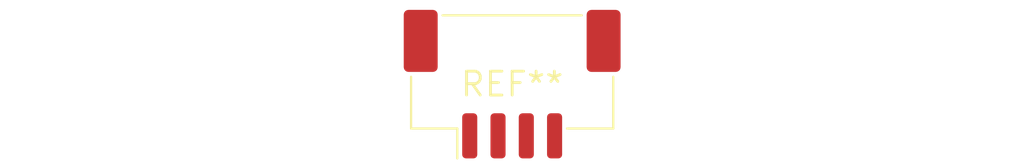
<source format=kicad_pcb>
(kicad_pcb (version 20240108) (generator pcbnew)
  (layers (0 "F.Cu" signal) (31 "B.Cu" signal) (34 "B.Paste" user) (35 "F.Paste" user) (36 "B.SilkS" user "B.Silkscreen") (37 "F.SilkS" user "F.Silkscreen") (38 "B.Mask" user) (39 "F.Mask" user) (44 "Edge.Cuts" user))
  (net 0 "")
  (footprint "JST_ZE_BM04B-ZESS-TBT_1x04-1MP_P1.50mm_Vertical" (layer "F.Cu") (at 0 0)
    (property "Reference" "REF**")
    (property "Value" "JST_ZE_BM04B-ZESS-TBT_1x04-1MP_P1.50mm_Vertical")
    (fp_line (start -5.36 -0.39) (end -5.36 2.36) (layer "F.SilkS") (stroke (width 0.12)))
    (fp_line (start -5.36 2.36) (end -2.91 2.36) (layer "F.SilkS") (stroke (width 0.12)))
    (fp_line (start -3.69 -3.66) (end 3.69 -3.66) (layer "F.SilkS") (stroke (width 0.12)))
    (fp_line (start -2.91 2.36) (end -2.91 3.95) (layer "F.SilkS") (stroke (width 0.12)))
    (fp_line (start 5.36 -0.39) (end 5.36 2.36) (layer "F.SilkS") (stroke (width 0.12)))
    (fp_line (start 5.36 2.36) (end 2.91 2.36) (layer "F.SilkS") (stroke (width 0.12)))
    (pad "1" smd roundrect (at -2.25 2.75) (size 0.8 2.4) (layers "F.Cu" "F.Paste" "F.Mask"))
    (pad "2" smd roundrect (at -0.75 2.75) (size 0.8 2.4) (layers "F.Cu" "F.Paste" "F.Mask"))
    (pad "3" smd roundrect (at 0.75 2.75) (size 0.8 2.4) (layers "F.Cu" "F.Paste" "F.Mask"))
    (pad "4" smd roundrect (at 2.25 2.75) (size 0.8 2.4) (layers "F.Cu" "F.Paste" "F.Mask"))
    (pad "MP" smd roundrect (at -4.85 -2.3) (size 1.8 3.3) (layers "F.Cu" "F.Paste" "F.Mask") (roundrect_rratio 0.138889))
    (pad "MP" smd roundrect (at 4.85 -2.3) (size 1.8 3.3) (layers "F.Cu" "F.Paste" "F.Mask") (roundrect_rratio 0.138889))
  )
)
</source>
